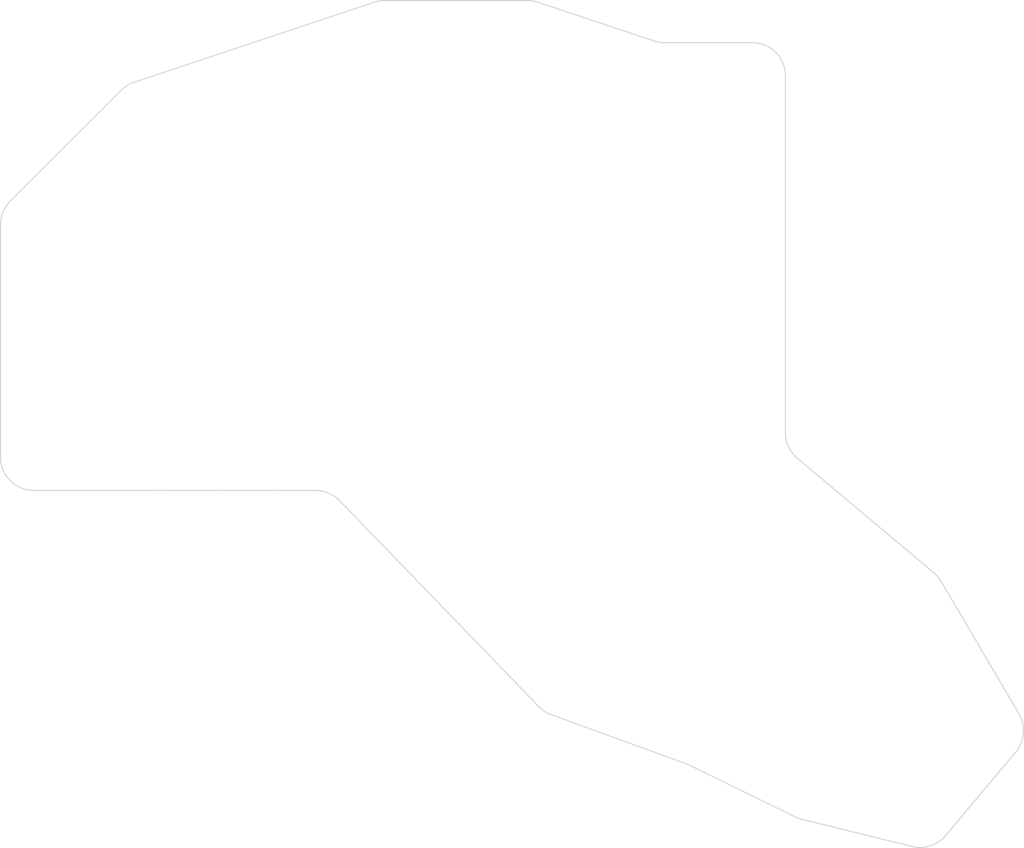
<source format=kicad_pcb>


(kicad_pcb (version 20171130) (host pcbnew 5.1.6)

  (page A3)
  (title_block
    (title "outline_pcb")
    (rev "v1.0.0")
    (company "Diablica")
  )

  (general
    (thickness 1.6)
  )

  (layers
    (0 F.Cu signal)
    (31 B.Cu signal)
    (32 B.Adhes user)
    (33 F.Adhes user)
    (34 B.Paste user)
    (35 F.Paste user)
    (36 B.SilkS user)
    (37 F.SilkS user)
    (38 B.Mask user)
    (39 F.Mask user)
    (40 Dwgs.User user)
    (41 Cmts.User user)
    (42 Eco1.User user)
    (43 Eco2.User user)
    (44 Edge.Cuts user)
    (45 Margin user)
    (46 B.CrtYd user)
    (47 F.CrtYd user)
    (48 B.Fab user)
    (49 F.Fab user)
  )

  (setup
    (last_trace_width 0.25)
    (trace_clearance 0.2)
    (zone_clearance 0.508)
    (zone_45_only no)
    (trace_min 0.2)
    (via_size 0.8)
    (via_drill 0.4)
    (via_min_size 0.4)
    (via_min_drill 0.3)
    (uvia_size 0.3)
    (uvia_drill 0.1)
    (uvias_allowed no)
    (uvia_min_size 0.2)
    (uvia_min_drill 0.1)
    (edge_width 0.05)
    (segment_width 0.2)
    (pcb_text_width 0.3)
    (pcb_text_size 1.5 1.5)
    (mod_edge_width 0.12)
    (mod_text_size 1 1)
    (mod_text_width 0.15)
    (pad_size 1.524 1.524)
    (pad_drill 0.762)
    (pad_to_mask_clearance 0.05)
    (aux_axis_origin 0 0)
    (visible_elements FFFFFF7F)
    (pcbplotparams
      (layerselection 0x010fc_ffffffff)
      (usegerberextensions false)
      (usegerberattributes true)
      (usegerberadvancedattributes true)
      (creategerberjobfile true)
      (excludeedgelayer true)
      (linewidth 0.100000)
      (plotframeref false)
      (viasonmask false)
      (mode 1)
      (useauxorigin false)
      (hpglpennumber 1)
      (hpglpenspeed 20)
      (hpglpendiameter 15.000000)
      (psnegative false)
      (psa4output false)
      (plotreference true)
      (plotvalue true)
      (plotinvisibletext false)
      (padsonsilk false)
      (subtractmaskfromsilk false)
      (outputformat 1)
      (mirror false)
      (drillshape 1)
      (scaleselection 1)
      (outputdirectory ""))
  )

  (net 0 "")

  (net_class Default "This is the default net class."
    (clearance 0.2)
    (trace_width 0.25)
    (via_dia 0.8)
    (via_drill 0.4)
    (uvia_dia 0.3)
    (uvia_drill 0.1)
    (add_net "")
  )

  
  (gr_line (start 88.475 106.525) (end 88.475 71.5460678) (angle 90) (layer Edge.Cuts) (width 0.15))
(gr_line (start 89.93946609999999 68.0105339) (end 106.64037364705325 51.30962635294672) (angle 90) (layer Edge.Cuts) (width 0.15))
(gr_line (start 108.59476856705334 50.10174381294672) (end 144.7052493281026 38.06491685999999) (angle 90) (layer Edge.Cuts) (width 0.15))
(gr_line (start 146.28638830810263 37.808333299999994) (end 167.71361169189737 37.808333299999994) (angle 90) (layer Edge.Cuts) (width 0.15))
(gr_line (start 169.29475067189742 38.06491686000001) (end 186.7552493281026 43.88508313999999) (angle 90) (layer Edge.Cuts) (width 0.15))
(gr_line (start 188.33638830810264 44.14166670000001) (end 201.525 44.14166670000001) (angle 90) (layer Edge.Cuts) (width 0.15))
(gr_line (start 206.525 49.14166670000001) (end 206.525 102.86029813582074) (angle 90) (layer Edge.Cuts) (width 0.15))
(gr_line (start 208.310848458677 106.69034118506215) (end 228.85758585017504 123.93305342657186) (angle 90) (layer Edge.Cuts) (width 0.15))
(gr_line (start 229.95649270366894 125.2337630374966) (end 241.64119033224497 145.15868801627232) (angle 90) (layer Edge.Cuts) (width 0.15))
(gr_line (start 241.158354054793 150.9019595530699) (end 230.6106260569508 163.47225228109312) (angle 90) (layer Edge.Cuts) (width 0.15))
(gr_line (start 225.58488799745365 165.1132849476129) (end 209.01584779050745 161.03322954678592) (angle 90) (layer Edge.Cuts) (width 0.15))
(gr_line (start 208.0121531737926 160.66863440194044) (end 192.12719173750745 152.8888005186954) (angle 90) (layer Edge.Cuts) (width 0.15))
(gr_line (start 191.63808173419523 152.68071298626947) (end 171.31199179532285 145.28262126982034) (angle 90) (layer Edge.Cuts) (width 0.15))
(gr_line (start 169.4267896475063 144.0588953137715) (end 139.47299518832543 113.06577151067273) (angle 90) (layer Edge.Cuts) (width 0.15))
(gr_line (start 135.88042248486482 111.54050940720487) (end 107.4762820473185 111.52500069999994) (angle 90) (layer Edge.Cuts) (width 0.15))
(gr_line (start 107.4735520474277 111.525) (end 93.475 111.525) (angle 90) (layer Edge.Cuts) (width 0.15))
(gr_arc (start 93.475 71.5460678) (end 89.93946609999999 68.0105339) (angle -45) (layer Edge.Cuts) (width 0.15))
(gr_arc (start 110.17590754705328 54.84516025294673) (end 108.59476854705329 50.101743852946726) (angle -26.565049365227154) (layer Edge.Cuts) (width 0.15))
(gr_arc (start 146.28638830810263 42.80833329999999) (end 146.28638830810263 37.80833329999999) (angle -18.43495063477387) (layer Edge.Cuts) (width 0.15))
(gr_arc (start 167.71361169189737 42.808333299999994) (end 169.29475069189738 38.06491689999999) (angle -18.43495063477424) (layer Edge.Cuts) (width 0.15))
(gr_arc (start 188.33638830810264 39.14166670000001) (end 186.75524930810263 43.88508310000001) (angle -18.434950634774225) (layer Edge.Cuts) (width 0.15))
(gr_arc (start 201.525 49.14166670000001) (end 206.525 49.14166670000001) (angle -90) (layer Edge.Cuts) (width 0.15))
(gr_arc (start 211.525 102.86029813582074) (end 206.525 102.86029813582074) (angle -49.99680620771349) (layer Edge.Cuts) (width 0.15))
(gr_arc (start 225.64343430885205 127.7630964758133) (end 229.95649270885204 125.2337630758133) (angle -19.607904513324968) (layer Edge.Cuts) (width 0.15))
(gr_arc (start 237.3281319374281 147.68802145458915) (end 241.15835413742812 150.90195955458915) (angle -70.38890285726625) (layer Edge.Cuts) (width 0.15))
(gr_arc (start 226.78040393958594 160.25831418261237) (end 225.58488793958594 165.11328498261236) (angle -63.83361485265897) (layer Edge.Cuts) (width 0.15))
(gr_arc (start 210.21136373263977 156.1782587817854) (end 208.01215323263978 160.66863438178538) (angle -12.260191503351336) (layer Edge.Cuts) (width 0.15))
(gr_arc (start 189.92798117866025 157.37917613885043) (end 192.12719167866024 152.88880053885043) (angle -6.093809444231724) (layer Edge.Cuts) (width 0.15))
(gr_arc (start 173.02209235085783 140.58415811723938) (end 169.42678965085784 144.05889531723938) (angle -25.976973101265287) (layer Edge.Cuts) (width 0.15))
(gr_arc (start 135.87769248497395 116.54050870720494) (end 139.47299518497394 113.06577150720494) (angle -45.945687680284905) (layer Edge.Cuts) (width 0.15))
(gr_arc (start 107.4735520474277 116.525) (end 107.4762820474277 111.5250007) (angle -0.03128349563384347) (layer Edge.Cuts) (width 0.15))
(gr_arc (start 93.475 106.525) (end 88.475 106.525) (angle -90) (layer Edge.Cuts) (width 0.15))

)


</source>
